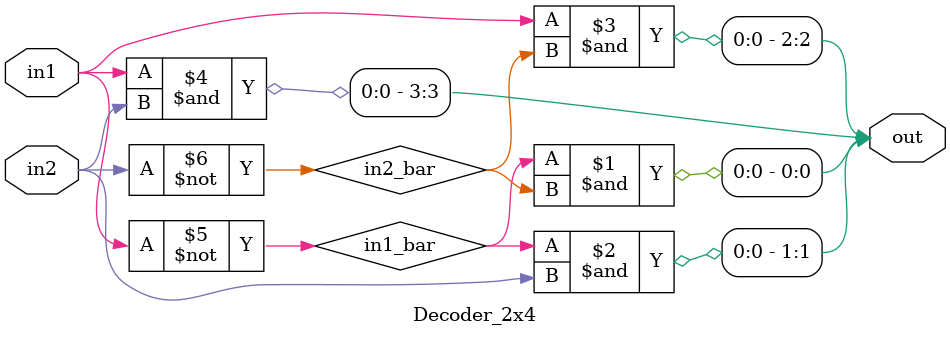
<source format=v>
`timescale 1ns / 1ps


module Decoder_2x4(in1,in2,out);
input in1;
input in2;
output [3:0] out;

wire in1_bar;
wire in2_bar;

not n1(in1_bar,in1);
not n2(in2_bar,in2);

and a1(out[0], in1_bar, in2_bar);
and a2(out[1], in1_bar, in2);
and a3(out[2], in1, in2_bar);
and a4(out[3], in1, in2);


endmodule

</source>
